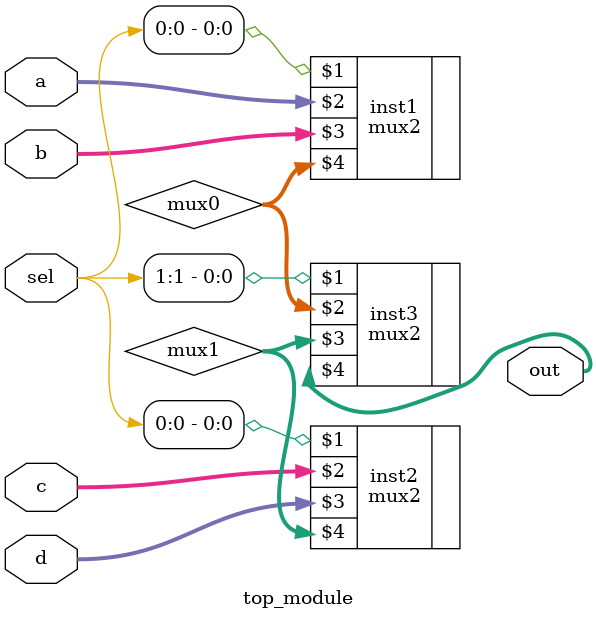
<source format=v>
module top_module (
    input [1:0] sel,
    input [7:0] a,
    input [7:0] b,
    input [7:0] c,
    input [7:0] d,
    output [7:0] out  ); //

    wire [7:0] mux0, mux1;
    mux2 inst1 ( sel[0],    a,    b, mux0 );
    mux2 inst2 ( sel[0],    c,    d, mux1 );
    mux2 inst3 ( sel[1], mux0, mux1,  out );

endmodule

</source>
